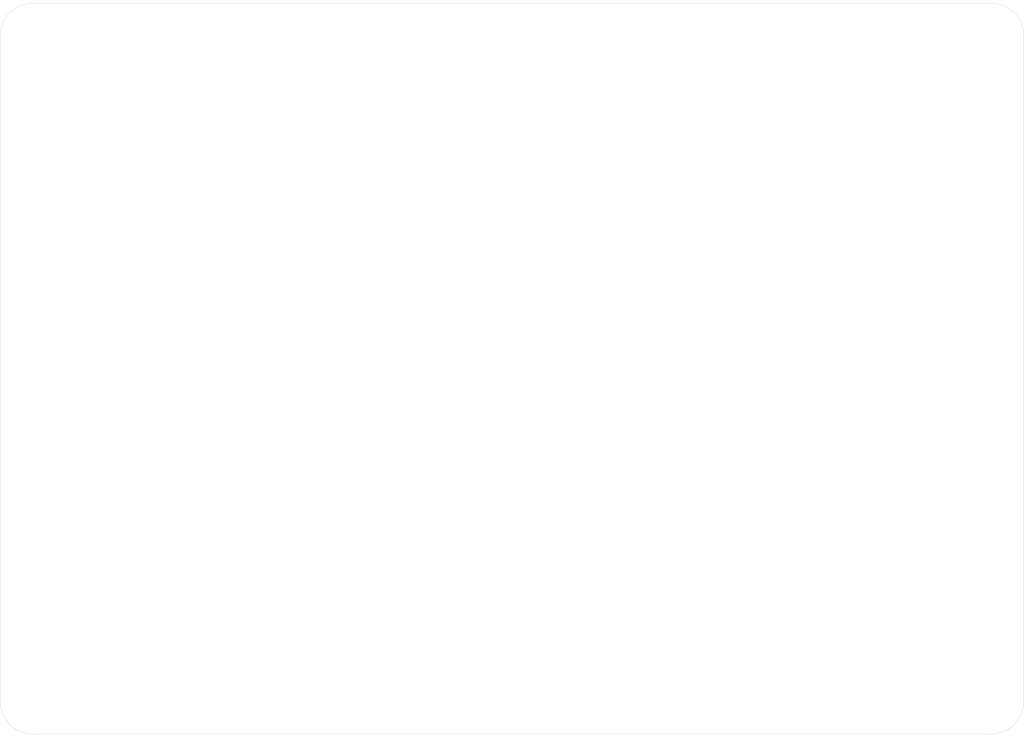
<source format=kicad_pcb>
(kicad_pcb (version 20240108) (generator "pcbnew") (generator_version "8.0")
  (layers (0 "F.Cu" signal) (31 "B.Cu" signal) (34 "B.Paste" user) (35 "F.Paste" user) (36 "B.SilkS" user "B.Silkscreen") (37 "F.SilkS" user "F.Silkscreen") (38 "B.Mask" user) (39 "F.Mask" user) (44 "Edge.Cuts" user))
  (net 0 "")
  (footprint "Salicylic-acid3-kbd_Hole:m2_Screw_Hole" (layer "F.Cu") (at 92.86875 45.24375)
    (property "Reference" "Ref**")
    (property "Value" "Val**")
    (pad "" np_thru_hole circle (at 0 0) (size 2.2 2.2) (drill 2.2) (layers "*.Cu" "*.Mask"))
  )
  (footprint "Salicylic-acid3-kbd_Hole:m2_Screw_Hole" (layer "F.Cu") (at 92.86875 145.25625)
    (property "Reference" "Ref**")
    (property "Value" "Val**")
    (pad "" np_thru_hole circle (at 0 0) (size 2.2 2.2) (drill 2.2) (layers "*.Cu" "*.Mask"))
  )
  (footprint "Salicylic-acid3-kbd_Hole:m2_Screw_Hole" (layer "F.Cu") (at 235.74375 45.24375)
    (property "Reference" "Ref**")
    (property "Value" "Val**")
    (pad "" np_thru_hole circle (at 0 0) (size 2.2 2.2) (drill 2.2) (layers "*.Cu" "*.Mask"))
  )
  (footprint "Salicylic-acid3-kbd_Hole:m2_Screw_Hole" (layer "F.Cu") (at 235.74375 145.25625)
    (property "Reference" "Ref**")
    (property "Value" "Val**")
    (pad "" np_thru_hole circle (at 0 0) (size 2.2 2.2) (drill 2.2) (layers "*.Cu" "*.Mask"))
  )
  (gr_line (start 239.315625 46.434375) (end 239.315625 144.065625) (stroke (width 0.05)) (layer "Edge.Cuts"))
  (gr_arc (start 94.059375 148.828125) (mid 90.691779 147.433221) (end 89.296875 144.065625) (stroke (width 0.05)) (layer "Edge.Cuts"))
  (gr_line (start 234.553125 148.828125) (end 94.059375 148.828125) (stroke (width 0.05)) (layer "Edge.Cuts"))
  (gr_line (start 94.059375 41.671875) (end 234.553125 41.671875) (stroke (width 0.05)) (layer "Edge.Cuts"))
  (gr_arc (start 239.315625 144.065625) (mid 237.920721 147.433221) (end 234.553125 148.828125) (stroke (width 0.05)) (layer "Edge.Cuts"))
  (gr_line (start 89.296875 144.065625) (end 89.296875 46.434375) (stroke (width 0.05)) (layer "Edge.Cuts"))
  (gr_arc (start 234.553125 41.671875) (mid 237.920721 43.066779) (end 239.315625 46.434375) (stroke (width 0.05)) (layer "Edge.Cuts"))
  (gr_arc (start 89.296875 46.434375) (mid 90.691779 43.066779) (end 94.059375 41.671875) (stroke (width 0.05)) (layer "Edge.Cuts"))
)
</source>
